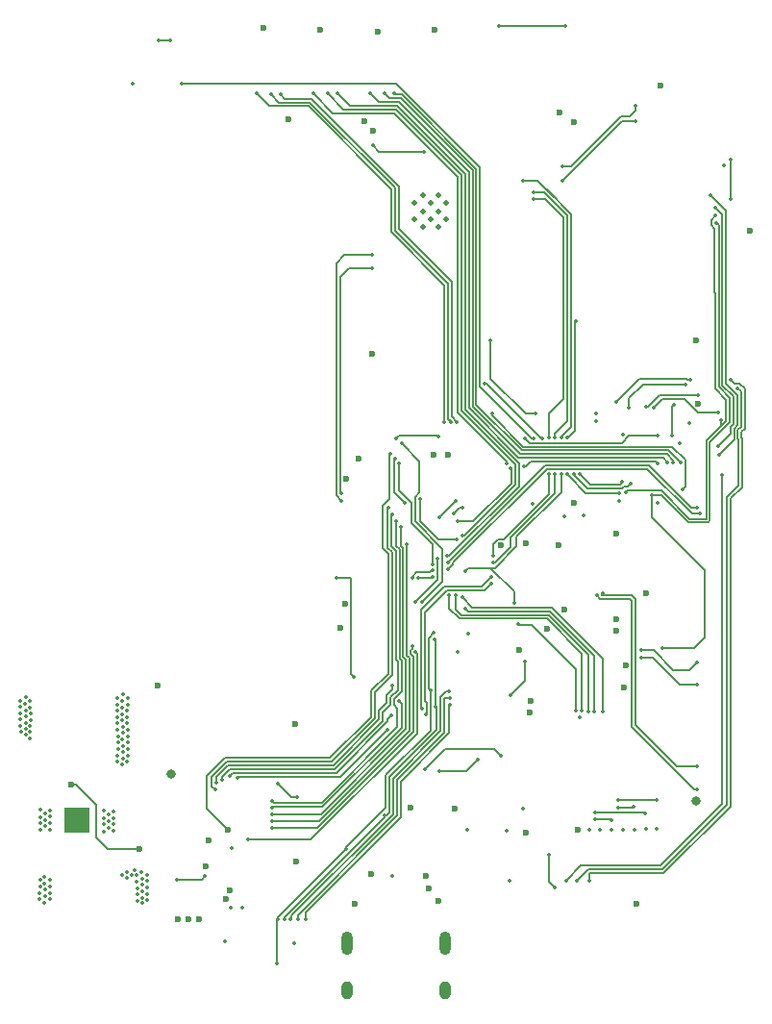
<source format=gbr>
%TF.GenerationSoftware,KiCad,Pcbnew,7.0.5*%
%TF.CreationDate,2023-12-05T08:46:21-08:00*%
%TF.ProjectId,EV10 Board Design,45563130-2042-46f6-9172-642044657369,EV9*%
%TF.SameCoordinates,Original*%
%TF.FileFunction,Copper,L4,Bot*%
%TF.FilePolarity,Positive*%
%FSLAX46Y46*%
G04 Gerber Fmt 4.6, Leading zero omitted, Abs format (unit mm)*
G04 Created by KiCad (PCBNEW 7.0.5) date 2023-12-05 08:46:21*
%MOMM*%
%LPD*%
G01*
G04 APERTURE LIST*
%TA.AperFunction,ComponentPad*%
%ADD10C,0.500000*%
%TD*%
%TA.AperFunction,ComponentPad*%
%ADD11O,1.000000X2.100000*%
%TD*%
%TA.AperFunction,ComponentPad*%
%ADD12O,1.000000X1.600000*%
%TD*%
%TA.AperFunction,ComponentPad*%
%ADD13C,0.600000*%
%TD*%
%TA.AperFunction,SMDPad,CuDef*%
%ADD14R,2.300000X2.300000*%
%TD*%
%TA.AperFunction,ViaPad*%
%ADD15C,0.600000*%
%TD*%
%TA.AperFunction,ViaPad*%
%ADD16C,0.350000*%
%TD*%
%TA.AperFunction,ViaPad*%
%ADD17C,0.800000*%
%TD*%
%TA.AperFunction,Conductor*%
%ADD18C,0.127000*%
%TD*%
%TA.AperFunction,Conductor*%
%ADD19C,0.200000*%
%TD*%
G04 APERTURE END LIST*
D10*
%TO.P,U11,41*%
%TO.N,N/C*%
X151925000Y-74760000D03*
X151925000Y-76160000D03*
X152625000Y-74060000D03*
X152625000Y-75460000D03*
X152625000Y-76860000D03*
X153325000Y-74760000D03*
X153325000Y-76160000D03*
X154025000Y-74060000D03*
X154025000Y-75460000D03*
X154025000Y-76860000D03*
X154725000Y-74760000D03*
X154725000Y-76160000D03*
%TD*%
D11*
%TO.P,J9,S1,SHIELD*%
%TO.N,unconnected-(J9-SHIELD-PadS1)*%
X145967500Y-139916000D03*
D12*
X145967500Y-144096000D03*
D11*
X154607500Y-139916000D03*
D12*
X154607500Y-144096000D03*
%TD*%
D13*
%TO.P,U7,11,PGND*%
%TO.N,GND*%
X121640000Y-129610000D03*
X122640000Y-129610000D03*
D14*
X122140000Y-129111000D03*
D13*
X122140000Y-129110000D03*
X121640000Y-128610000D03*
X122640000Y-128610000D03*
%TD*%
D15*
%TO.N,+3.3VA*%
X169637500Y-112375000D03*
X163607500Y-112245000D03*
X170487500Y-115435000D03*
X161688500Y-104725500D03*
D16*
%TO.N,+3.3V*%
X165075500Y-102300000D03*
X156610000Y-112670000D03*
D15*
X164716000Y-66806500D03*
D16*
X173352000Y-101175500D03*
X161495000Y-128065000D03*
D15*
X148237000Y-68375000D03*
X161700000Y-130230000D03*
X162137500Y-118575000D03*
X155492500Y-128050000D03*
X148637500Y-59665000D03*
D16*
X166446962Y-120075538D03*
X162294936Y-101214500D03*
X160237500Y-134425000D03*
D15*
X166250000Y-129940000D03*
X138627500Y-59345000D03*
D16*
X167870000Y-93260000D03*
X135727878Y-136838556D03*
X135256250Y-139733750D03*
D15*
X176737000Y-86837500D03*
X143637500Y-59465000D03*
X145768287Y-110070000D03*
X153637500Y-59505000D03*
D16*
X176137500Y-94125000D03*
X166837500Y-102275000D03*
D15*
X145920000Y-99050000D03*
D16*
X169937500Y-100975000D03*
D15*
X153600000Y-96900000D03*
D16*
X136757500Y-136799500D03*
D15*
%TO.N,VBUS*%
X153197500Y-135115000D03*
X133760000Y-130910000D03*
X135280000Y-136025500D03*
D16*
X159987500Y-130025000D03*
D15*
X148060000Y-133860000D03*
D16*
%TO.N,GND*%
X127480000Y-135110000D03*
X119800000Y-129930000D03*
X117260000Y-121330000D03*
X126640000Y-123390000D03*
X119790000Y-128790000D03*
X118043167Y-119154346D03*
X126540000Y-134200000D03*
D15*
X133535000Y-133145000D03*
D16*
X118920000Y-134370000D03*
X119360000Y-135770000D03*
X119350000Y-128500000D03*
X126180000Y-118630000D03*
X124550000Y-130080000D03*
X124950000Y-129740000D03*
X167280000Y-129950000D03*
X125390000Y-130030000D03*
X126660000Y-122270000D03*
D15*
X135645000Y-135255000D03*
D16*
X125380000Y-129470000D03*
X127900000Y-135360000D03*
X149921225Y-133974500D03*
D15*
X131970000Y-137850000D03*
D16*
X118060000Y-120790000D03*
X117680000Y-118250000D03*
X124970000Y-129190000D03*
D15*
X169649706Y-111417206D03*
X146617500Y-136495000D03*
X131040000Y-137840000D03*
D16*
X124940000Y-128600000D03*
X125750000Y-120580000D03*
X119350000Y-135200000D03*
D15*
X162027997Y-119574503D03*
X132910000Y-137800000D03*
X151570500Y-127985023D03*
D16*
X126220000Y-118030000D03*
X119320000Y-136370000D03*
X118050000Y-118620000D03*
X119340000Y-134110000D03*
D15*
X169635000Y-103875000D03*
X148200000Y-88010000D03*
X170350000Y-117380000D03*
D16*
X126640000Y-118910000D03*
X125760000Y-118910000D03*
X179157500Y-71420000D03*
X118920000Y-134920000D03*
X167880000Y-93930000D03*
X117210000Y-120790000D03*
D17*
X130510000Y-125050000D03*
D16*
X126620000Y-120030000D03*
X128350000Y-135040000D03*
X119790000Y-129370000D03*
X117220000Y-119690000D03*
X125760000Y-118380000D03*
X125370000Y-128330000D03*
X126190000Y-119200000D03*
X125780000Y-122270000D03*
X141340000Y-139890000D03*
X126200000Y-121990000D03*
X125770000Y-123940000D03*
X126190000Y-124190000D03*
X119800000Y-134370000D03*
X128320000Y-134460000D03*
X118960000Y-129980000D03*
D15*
X171427500Y-136495000D03*
D16*
X119780000Y-134930000D03*
D15*
X154871898Y-96928102D03*
D16*
X118970000Y-129330000D03*
X170270000Y-95130000D03*
D15*
X140800000Y-67387500D03*
D16*
X125760000Y-119470000D03*
X156525500Y-129975000D03*
D15*
X141500000Y-132700000D03*
D16*
X126200000Y-119740000D03*
X117660000Y-120510000D03*
X126550000Y-133630000D03*
D15*
X164600000Y-104900000D03*
D16*
X127480000Y-135640000D03*
X135772500Y-131540000D03*
X126120000Y-133950000D03*
X126640000Y-122840000D03*
D15*
X145360000Y-112190000D03*
D16*
X118080000Y-119700000D03*
X117640000Y-118850000D03*
D15*
X181480000Y-77208000D03*
D17*
X176733959Y-127399756D03*
D16*
X126220000Y-123100000D03*
X127470000Y-134500000D03*
D15*
X159500000Y-104900000D03*
D16*
X155680000Y-114300000D03*
X118980000Y-128800000D03*
X125760000Y-123390000D03*
X126660000Y-121130000D03*
X126200000Y-120290000D03*
X126660000Y-121720000D03*
X127480000Y-136200000D03*
X125380000Y-128890000D03*
X127470000Y-133940000D03*
X127124000Y-64254000D03*
X127900000Y-134230000D03*
X125780000Y-121740000D03*
X127890000Y-133660000D03*
X127930000Y-136410000D03*
X127270181Y-133509622D03*
X117660000Y-119960000D03*
X117220000Y-118600000D03*
D15*
X165938378Y-101141541D03*
D16*
X125760000Y-121130000D03*
X127910000Y-135930000D03*
X124550000Y-128280000D03*
X126240000Y-121390000D03*
X125780000Y-122830000D03*
X118900000Y-136040000D03*
X119780000Y-128230000D03*
D15*
X165986000Y-67599500D03*
X147020000Y-97240000D03*
D16*
X117650000Y-119420000D03*
X124570000Y-128900000D03*
X126640000Y-118360000D03*
X119780000Y-135490000D03*
X119360000Y-129640000D03*
D15*
X147500000Y-67500000D03*
X154037500Y-136245000D03*
D16*
X126210000Y-122560000D03*
D15*
X161087500Y-114095000D03*
D16*
X126620000Y-119480000D03*
X117200000Y-120240000D03*
X127940000Y-134760000D03*
X118080000Y-120250000D03*
X128330000Y-136160000D03*
X118900000Y-135490000D03*
X126220000Y-120840000D03*
D15*
X141400000Y-120660000D03*
D16*
X125740000Y-120030000D03*
X128350000Y-135590000D03*
X118060000Y-121330000D03*
X175288000Y-95875000D03*
D15*
X176887000Y-92448000D03*
D16*
X119340000Y-134660000D03*
X126220000Y-123650000D03*
X118070000Y-121880000D03*
X119380000Y-129090000D03*
D15*
X172291250Y-109071250D03*
D16*
X117670000Y-121580000D03*
D15*
X152887500Y-134038000D03*
D16*
X118960000Y-128180000D03*
D15*
X165077500Y-110575000D03*
D16*
X117220000Y-119130000D03*
X126620000Y-123930000D03*
X117680000Y-121060000D03*
X128340000Y-133890000D03*
X119780000Y-136020000D03*
X124560000Y-129430000D03*
X126600000Y-120570000D03*
X127000000Y-133930000D03*
%TO.N,/UI_SDA*%
X139898537Y-137799296D03*
X153610000Y-112624500D03*
X145905559Y-131605559D03*
X153327000Y-117631830D03*
X139820000Y-141730000D03*
%TO.N,/UI_SCL*%
X140448035Y-137801426D03*
X149296502Y-128676502D03*
X153765000Y-119130000D03*
X153679500Y-113180000D03*
%TO.N,/MCLK*%
X166098551Y-119450538D03*
X161029141Y-111844115D03*
X164831735Y-98611500D03*
X173352000Y-95242000D03*
X160661571Y-109931547D03*
X156390000Y-107130000D03*
X161641014Y-95458986D03*
%TO.N,/MGMT_BOOT*%
X178429000Y-75861713D03*
X170490092Y-100207932D03*
X179021156Y-98730604D03*
X165260000Y-134404500D03*
X178872000Y-93860000D03*
%TO.N,/MGMT_NRST*%
X172787500Y-100500500D03*
X179722000Y-74414000D03*
X173758000Y-113970000D03*
X163717500Y-132165500D03*
X179722000Y-70891500D03*
X164247500Y-135035000D03*
X159382000Y-59174000D03*
X165224000Y-59174000D03*
X178473000Y-76500000D03*
%TO.N,/IN_3*%
X154994000Y-118923000D03*
X142301501Y-137808499D03*
X160357787Y-118100000D03*
X161612000Y-115115000D03*
%TO.N,/NET_RST*%
X164830735Y-95386155D03*
X161502000Y-72780000D03*
X148220000Y-69680000D03*
X152715713Y-70215713D03*
%TO.N,/UI_RST*%
X164282232Y-98611500D03*
X158800000Y-106400000D03*
%TO.N,/MIC_P*%
X140997500Y-137795000D03*
X154968365Y-117779800D03*
%TO.N,/LEDA_R*%
X174156692Y-97590822D03*
X148013000Y-65100000D03*
%TO.N,/DISP_BL*%
X150548204Y-97651087D03*
X153494000Y-106535401D03*
X169832000Y-127280000D03*
X173260000Y-127320000D03*
X173270000Y-129850000D03*
%TO.N,/DISP_RSTR*%
X172270000Y-129890000D03*
X167822000Y-128430000D03*
X172250000Y-128460000D03*
%TO.N,/LEDA_G*%
X174706194Y-97589729D03*
X149262000Y-65100000D03*
%TO.N,/LEDA_B*%
X150100000Y-65100000D03*
X175331261Y-97595369D03*
%TO.N,/KB_COL3*%
X149559500Y-121104643D03*
X152889000Y-119800000D03*
X158669821Y-108279606D03*
X136300000Y-125365000D03*
%TO.N,/KB_COL4*%
X158640000Y-107690000D03*
X152562000Y-119259001D03*
%TO.N,/DISP_DC*%
X169832000Y-127960000D03*
X171270000Y-129910000D03*
X171210000Y-127950000D03*
%TO.N,/DISP_CS*%
X150182077Y-97241326D03*
X170270000Y-129930000D03*
X151070993Y-101179806D03*
%TO.N,/DISP_SPI_SCK*%
X169270000Y-129080000D03*
X167822000Y-129010000D03*
X169260000Y-129930000D03*
%TO.N,/DISP_SPI_MOSI*%
X168260000Y-129920000D03*
%TO.N,/KB_MIC*%
X149793497Y-96852792D03*
D15*
X135489500Y-129976409D03*
D16*
%TO.N,/KB_ROW5*%
X139370000Y-129196376D03*
X151208392Y-104762595D03*
%TO.N,/KB_ROW1*%
X134338500Y-126410414D03*
X149580000Y-101568500D03*
%TO.N,/KB_ROW2*%
X134958357Y-125520403D03*
X149982500Y-102190000D03*
%TO.N,/KB_ROW3*%
X150310000Y-102760000D03*
X139392170Y-127417900D03*
%TO.N,/MIC_N*%
X154994000Y-118373592D03*
X141627439Y-137805513D03*
%TO.N,/KB_ROW4*%
X150750000Y-103240000D03*
X139357658Y-128557659D03*
%TO.N,/KB_ROW6*%
X151695000Y-113764883D03*
X139381599Y-129745756D03*
%TO.N,/KB_ROW7*%
X137217500Y-130825000D03*
X152022000Y-114280000D03*
%TO.N,/LEDB_R*%
X158725963Y-93294037D03*
X154560000Y-94060000D03*
X175513000Y-99975500D03*
X138013000Y-65100000D03*
%TO.N,/LEDB_G*%
X155109378Y-94071689D03*
X139262000Y-65200000D03*
%TO.N,/LEDB_B*%
X155661145Y-94043581D03*
X140100000Y-65200000D03*
%TO.N,/SPK_LN*%
X176762000Y-117195000D03*
X171862000Y-114800000D03*
%TO.N,/SPK_LP*%
X176762000Y-115175000D03*
X171862000Y-114117000D03*
%TO.N,/HP_R*%
X168533334Y-109146500D03*
X176762000Y-124375000D03*
%TO.N,/HP_L*%
X167947500Y-109255000D03*
X176762000Y-126375000D03*
%TO.N,/KB_COL5*%
X150558000Y-118612147D03*
X139386802Y-127967376D03*
%TO.N,/KB_COL2*%
X149879287Y-119841287D03*
X135639579Y-125209580D03*
%TO.N,/BTN_RST*%
X169951773Y-100318227D03*
X165381153Y-98619980D03*
X162411521Y-95446854D03*
X131442000Y-64254000D03*
%TO.N,/BTN_UI*%
X166490792Y-98611500D03*
X170220000Y-99295000D03*
X162428390Y-73842547D03*
X164281530Y-95404228D03*
%TO.N,/BTN_NET*%
X165930655Y-98620082D03*
X129350000Y-60450000D03*
X163732378Y-95423844D03*
X170987213Y-99442787D03*
X130360000Y-60410000D03*
X162430865Y-74392044D03*
%TO.N,/KB_COL1*%
X149974500Y-117230000D03*
X134491360Y-125810000D03*
D15*
%TO.N,Net-(J5-Pin_1)*%
X121640000Y-125940000D03*
X173590000Y-64430000D03*
X129320000Y-117270000D03*
X127680500Y-131640000D03*
D16*
%TO.N,Net-(D1-K)*%
X131000000Y-134310000D03*
X133454477Y-134004477D03*
%TO.N,Net-(U1-PA12)*%
X139882839Y-125887400D03*
X145040000Y-107720000D03*
X141590000Y-127038000D03*
X146561580Y-116444229D03*
%TO.N,/UI_STAT*%
X173280192Y-97650000D03*
X161560000Y-97938000D03*
X155745287Y-102805287D03*
X160325384Y-98127926D03*
%TO.N,/UI_BOOT*%
X152541919Y-109905499D03*
X150762000Y-95900000D03*
X158117880Y-90687711D03*
X163183619Y-95446500D03*
%TO.N,/UI_LED_B*%
X151992417Y-109905988D03*
X145100000Y-65100000D03*
X153932000Y-106080000D03*
X154808861Y-105833361D03*
%TO.N,/NET_STAT*%
X174725500Y-92515962D03*
X158600000Y-86880000D03*
X162600000Y-93312000D03*
X174622000Y-95242000D03*
%TO.N,/UI_LED_G*%
X156100000Y-104050000D03*
X144262000Y-65120000D03*
%TO.N,/UI_TX1_MGMT*%
X153494000Y-107633929D03*
X154845500Y-107034396D03*
X152237350Y-107721367D03*
X177010000Y-102120000D03*
%TO.N,/UI_RX1_MGMT*%
X153478110Y-107084656D03*
X176780000Y-101550000D03*
X154845500Y-106415607D03*
X151687848Y-107721868D03*
%TO.N,/NET_BOOT*%
X166143500Y-85150000D03*
X165380000Y-95370000D03*
%TO.N,/UI_LED_R*%
X160016641Y-97673359D03*
X158800000Y-105800000D03*
X143013000Y-65120000D03*
X163732729Y-98611500D03*
%TO.N,/MGMT_SWDIO*%
X175750000Y-90700500D03*
X180363385Y-91056615D03*
X170807500Y-92787000D03*
X166237500Y-134405000D03*
%TO.N,/MGMT_SWCLK*%
X176204168Y-90275154D03*
X179792000Y-90342000D03*
X167267500Y-134405000D03*
X169700000Y-92230500D03*
%TO.N,/I2S_DACLRC*%
X155578859Y-109295000D03*
X167192939Y-119538388D03*
X155662000Y-104400500D03*
X152413000Y-100852306D03*
%TO.N,/BOOT1*%
X154028212Y-95300000D03*
X150300000Y-95500000D03*
%TO.N,/I2S_BCLK*%
X154959979Y-109295000D03*
X166647709Y-119469995D03*
%TO.N,/I2S_ADCDAT*%
X168527500Y-119515000D03*
X156120000Y-109490000D03*
%TO.N,/I2S_DACDAT*%
X167741086Y-119499818D03*
X156399308Y-110443192D03*
%TO.N,/USB_TX1_MGMT*%
X152817500Y-124635000D03*
X172336000Y-92702000D03*
X176908000Y-91686000D03*
X159527500Y-123417000D03*
%TO.N,/USB_RX1_MGMT*%
X178683000Y-93210000D03*
X154097500Y-124765000D03*
X172972781Y-92789278D03*
X157486000Y-123757000D03*
%TO.N,/UI_TX2_NET*%
X155385218Y-102054778D03*
X148160000Y-80470000D03*
X156140000Y-101570000D03*
X145455697Y-100336271D03*
%TO.N,/NET_TX1_MGMT*%
X178645000Y-96155000D03*
X178392500Y-75126500D03*
X171370000Y-66225500D03*
X164900000Y-71500000D03*
%TO.N,/NET_RX1_MGMT*%
X164900000Y-72800000D03*
X178694156Y-96929354D03*
X171374750Y-67539500D03*
X177954500Y-74040000D03*
%TO.N,/UI_RX2_NET*%
X148190000Y-79300000D03*
X145450000Y-100950000D03*
X155509403Y-100944932D03*
X154128152Y-102390380D03*
%TD*%
D18*
%TO.N,/UI_SDA*%
X153164000Y-117468830D02*
X153164000Y-113070500D01*
X139898537Y-137799296D02*
X139898537Y-137612581D01*
X149372500Y-127980371D02*
X145905559Y-131447312D01*
X145905559Y-131447312D02*
X145905559Y-131605559D01*
X149372500Y-125147627D02*
X149372500Y-127980371D01*
X153327000Y-117631830D02*
X153327000Y-121193128D01*
X139820000Y-137877833D02*
X139898537Y-137799296D01*
X139820000Y-141730000D02*
X139820000Y-137877833D01*
X153164000Y-113070500D02*
X153610000Y-112624500D01*
X139898537Y-137612581D02*
X145905559Y-131605559D01*
X153327000Y-121193128D02*
X149372500Y-125147627D01*
X153327000Y-117631830D02*
X153164000Y-117468830D01*
%TO.N,/UI_SCL*%
X149296502Y-128833481D02*
X149296502Y-128676502D01*
X149699500Y-125283075D02*
X149699500Y-128430483D01*
X153876000Y-119241000D02*
X153876000Y-121106576D01*
X140448035Y-137801426D02*
X140448035Y-137681948D01*
X153679500Y-113180000D02*
X153765000Y-113265500D01*
X153765000Y-119130000D02*
X153876000Y-119241000D01*
X153765000Y-113265500D02*
X153765000Y-119130000D01*
X140448035Y-137681948D02*
X149296502Y-128833481D01*
X149699500Y-128430483D02*
X149429983Y-128700000D01*
X153876000Y-121106576D02*
X149699500Y-125283075D01*
%TO.N,/MCLK*%
X158589500Y-106909500D02*
X158283000Y-106909500D01*
X162204995Y-111900047D02*
X166098551Y-115793603D01*
X158993000Y-106909500D02*
X158283000Y-106909500D01*
X161641014Y-95458986D02*
X162066528Y-95884500D01*
X170169500Y-95884500D02*
X170812000Y-95242000D01*
X156610500Y-106909500D02*
X158283000Y-106909500D01*
X160900000Y-104153089D02*
X160900000Y-105002500D01*
X166098551Y-115793603D02*
X166098551Y-119450538D01*
X160661571Y-109931547D02*
X160661571Y-108981571D01*
X164831735Y-98611500D02*
X164831735Y-100221354D01*
X160661571Y-108981571D02*
X158589500Y-106909500D01*
X156390000Y-107130000D02*
X156610500Y-106909500D01*
X170812000Y-95242000D02*
X173352000Y-95242000D01*
X162066528Y-95884500D02*
X170169500Y-95884500D01*
X160900000Y-105002500D02*
X158993000Y-106909500D01*
X164831735Y-100221354D02*
X160900000Y-104153089D01*
X161029141Y-111844115D02*
X161085073Y-111900047D01*
X161085073Y-111900047D02*
X162204995Y-111900047D01*
%TO.N,/MGMT_BOOT*%
X178340000Y-76987133D02*
X178340000Y-82634000D01*
X178340000Y-82634000D02*
X178373000Y-82667000D01*
X176134687Y-102558500D02*
X177602156Y-102558500D01*
X170638024Y-100060000D02*
X173636187Y-100060000D01*
X178373000Y-91073000D02*
X179365000Y-92065000D01*
X179365000Y-93918350D02*
X178881675Y-94401675D01*
X177602156Y-102558500D02*
X177602156Y-95681194D01*
X178872000Y-93860000D02*
X178872000Y-94392000D01*
X178872000Y-94392000D02*
X178881675Y-94401675D01*
X178034500Y-76256213D02*
X178034500Y-76681633D01*
X173571344Y-133106000D02*
X166558500Y-133106000D01*
X173636187Y-100060000D02*
X176134687Y-102558500D01*
X178429000Y-75861713D02*
X178034500Y-76256213D01*
X179028417Y-127648927D02*
X173571344Y-133106000D01*
X177602156Y-95681194D02*
X178881675Y-94401675D01*
X178034500Y-76681633D02*
X178340000Y-76987133D01*
X166558500Y-133106000D02*
X165260000Y-134404500D01*
X178373000Y-82667000D02*
X178373000Y-91073000D01*
X179028417Y-98737865D02*
X179028417Y-127648927D01*
X179365000Y-92065000D02*
X179365000Y-93918350D01*
X179021156Y-98730604D02*
X179028417Y-98737865D01*
X170490092Y-100207932D02*
X170638024Y-100060000D01*
%TO.N,/MGMT_NRST*%
X177766000Y-102885500D02*
X177766000Y-102857104D01*
X165224000Y-59174000D02*
X159382000Y-59174000D01*
X179722000Y-74414000D02*
X179722000Y-70891500D01*
X173758000Y-113970000D02*
X176492500Y-113970000D01*
X179692000Y-94053798D02*
X179692000Y-91929552D01*
X172787500Y-100500500D02*
X173614239Y-100500500D01*
X178700000Y-76727000D02*
X178473000Y-76500000D01*
X163717500Y-134505000D02*
X164247500Y-135035000D01*
X177929156Y-95816642D02*
X179692000Y-94053798D01*
X172787500Y-102466402D02*
X172787500Y-100500500D01*
X177439000Y-113023500D02*
X177439000Y-107117902D01*
X177766000Y-102857104D02*
X177929156Y-102693948D01*
X173614239Y-100500500D02*
X175999239Y-102885500D01*
X179692000Y-91929552D02*
X178700000Y-90937552D01*
X177439000Y-107117902D02*
X172787500Y-102466402D01*
X175999239Y-102885500D02*
X177766000Y-102885500D01*
X176492500Y-113970000D02*
X177439000Y-113023500D01*
X163717500Y-132165500D02*
X163717500Y-134505000D01*
X177929156Y-102693948D02*
X177929156Y-95816642D01*
X178700000Y-90937552D02*
X178700000Y-76727000D01*
%TO.N,/IN_3*%
X154970000Y-121399919D02*
X154970000Y-118947000D01*
X161612000Y-116845787D02*
X161612000Y-115115000D01*
X154970000Y-118947000D02*
X154994000Y-118923000D01*
X150680500Y-125689419D02*
X154970000Y-121399919D01*
X142301501Y-137808499D02*
X142301501Y-137223314D01*
X150680500Y-128844315D02*
X150680500Y-125689419D01*
X142301501Y-137223314D02*
X150680500Y-128844315D01*
X160357787Y-118100000D02*
X161612000Y-116845787D01*
%TO.N,/NET_RST*%
X161512000Y-72790000D02*
X162754896Y-72790000D01*
X165705500Y-94424367D02*
X165705500Y-75740604D01*
X161502000Y-72780000D02*
X161512000Y-72790000D01*
X165705500Y-75740604D02*
X163542448Y-73577552D01*
X148755713Y-70215713D02*
X152715713Y-70215713D01*
X164941500Y-95386155D02*
X164941500Y-95188367D01*
X164941500Y-95188367D02*
X165705500Y-94424367D01*
X162754896Y-72790000D02*
X164172448Y-74207552D01*
X164830735Y-95386155D02*
X164941500Y-95386155D01*
X148220000Y-69680000D02*
X148755713Y-70215713D01*
%TO.N,/UI_RST*%
X164282232Y-98611500D02*
X164282232Y-100308409D01*
X159040052Y-106400000D02*
X158800000Y-106400000D01*
X160380000Y-105060052D02*
X159040052Y-106400000D01*
X160380000Y-104210641D02*
X160380000Y-105060052D01*
X164282232Y-100308409D02*
X160380000Y-104210641D01*
%TO.N,/MIC_P*%
X154203000Y-118238144D02*
X154203000Y-121242023D01*
X154203000Y-121242023D02*
X150026500Y-125418523D01*
X154968365Y-117779800D02*
X154661344Y-117779800D01*
X150026500Y-128565931D02*
X141090000Y-137502431D01*
X141090000Y-137702500D02*
X140997500Y-137795000D01*
X154661344Y-117779800D02*
X154203000Y-118238144D01*
X141090000Y-137502431D02*
X141090000Y-137702500D01*
X150026500Y-125418523D02*
X150026500Y-128565931D01*
%TO.N,/LEDA_R*%
X150540604Y-65865500D02*
X148778500Y-65865500D01*
X174156692Y-97590822D02*
X174156692Y-97556692D01*
X161080104Y-97192500D02*
X156699000Y-92811396D01*
X174156692Y-97556692D02*
X173792500Y-97192500D01*
X156699000Y-92811396D02*
X156699000Y-72023896D01*
X156699000Y-72023896D02*
X150540604Y-65865500D01*
X148778500Y-65865500D02*
X148013000Y-65100000D01*
X173792500Y-97192500D02*
X161080104Y-97192500D01*
%TO.N,/DISP_BL*%
X150548204Y-100038204D02*
X150548204Y-97651087D01*
X151638520Y-101128520D02*
X150548204Y-100038204D01*
X169832000Y-127280000D02*
X173220000Y-127280000D01*
X153494000Y-106535401D02*
X153494000Y-104794000D01*
X173220000Y-127280000D02*
X173260000Y-127320000D01*
X151638520Y-102938520D02*
X151638520Y-101128520D01*
X153494000Y-104794000D02*
X151638520Y-102938520D01*
%TO.N,/DISP_RSTR*%
X167822000Y-128430000D02*
X172220000Y-128430000D01*
X172220000Y-128430000D02*
X172250000Y-128460000D01*
%TO.N,/LEDA_G*%
X150676052Y-65538500D02*
X149700500Y-65538500D01*
X161215552Y-96865500D02*
X157026000Y-92675948D01*
X174706194Y-97432750D02*
X174138944Y-96865500D01*
X157026000Y-71888448D02*
X150676052Y-65538500D01*
X149700500Y-65538500D02*
X149262000Y-65100000D01*
X174706194Y-97589729D02*
X174706194Y-97432750D01*
X157026000Y-92675948D02*
X157026000Y-71888448D01*
X174138944Y-96865500D02*
X161215552Y-96865500D01*
%TO.N,/LEDA_B*%
X157353000Y-71753000D02*
X150811500Y-65211500D01*
X161351000Y-96538500D02*
X157353000Y-92540500D01*
X157353000Y-92540500D02*
X157353000Y-71753000D01*
X150811500Y-65211500D02*
X150211500Y-65211500D01*
X174274392Y-96538500D02*
X161351000Y-96538500D01*
X150211500Y-65211500D02*
X150100000Y-65100000D01*
X175331261Y-97595369D02*
X174274392Y-96538500D01*
%TO.N,/KB_COL3*%
X153000000Y-118724867D02*
X153000000Y-119689000D01*
X154778346Y-108856500D02*
X152837000Y-110797846D01*
X136411000Y-125254000D02*
X145410143Y-125254000D01*
X152837000Y-118561867D02*
X153000000Y-118724867D01*
X152837000Y-110797846D02*
X152837000Y-118561867D01*
X145410143Y-125254000D02*
X149559500Y-121104643D01*
X158092927Y-108856500D02*
X154778346Y-108856500D01*
X153000000Y-119689000D02*
X152889000Y-119800000D01*
X158669821Y-108279606D02*
X158092927Y-108856500D01*
X136300000Y-125365000D02*
X136411000Y-125254000D01*
%TO.N,/KB_COL4*%
X152510000Y-119207001D02*
X152562000Y-119259001D01*
X152510000Y-110556844D02*
X152510000Y-119207001D01*
X154546844Y-108520000D02*
X152510000Y-110556844D01*
X157810000Y-108520000D02*
X154546844Y-108520000D01*
X158640000Y-107690000D02*
X157810000Y-108520000D01*
%TO.N,/DISP_DC*%
X171200000Y-127960000D02*
X171210000Y-127950000D01*
X169832000Y-127960000D02*
X171200000Y-127960000D01*
%TO.N,/DISP_CS*%
X150080000Y-100188813D02*
X150080000Y-97343403D01*
X150080000Y-97343403D02*
X150182077Y-97241326D01*
X151070993Y-101179806D02*
X150080000Y-100188813D01*
%TO.N,/DISP_SPI_SCK*%
X169200000Y-129010000D02*
X169270000Y-129080000D01*
X167822000Y-129010000D02*
X169200000Y-129010000D01*
%TO.N,/KB_MIC*%
X149720000Y-96926289D02*
X149793497Y-96852792D01*
X133630500Y-128117409D02*
X133630500Y-125211889D01*
X135223389Y-123619000D02*
X144482857Y-123619000D01*
X149585000Y-105609128D02*
X149141500Y-105165628D01*
X149585000Y-116215000D02*
X149585000Y-105609128D01*
X144482857Y-123619000D02*
X148098578Y-120003279D01*
X135489500Y-129976409D02*
X133630500Y-128117409D01*
X148098578Y-120003279D02*
X148098578Y-117701422D01*
X149720000Y-100808367D02*
X149720000Y-96926289D01*
X149141500Y-105165628D02*
X149141500Y-101386867D01*
X149141500Y-101386867D02*
X149720000Y-100808367D01*
X133630500Y-125211889D02*
X135223389Y-123619000D01*
X148098578Y-117701422D02*
X149585000Y-116215000D01*
%TO.N,/KB_ROW5*%
X151249348Y-104803551D02*
X151208392Y-104762595D01*
X143473960Y-129196376D02*
X151469500Y-121200836D01*
X151469500Y-121200836D02*
X151469500Y-114810081D01*
X151469500Y-114810081D02*
X151249348Y-114589929D01*
X139370000Y-129196376D02*
X143473960Y-129196376D01*
X151249348Y-114589929D02*
X151249348Y-104803551D01*
%TO.N,/KB_ROW1*%
X134053360Y-126125274D02*
X134338500Y-126410414D01*
X144618305Y-123946000D02*
X135358837Y-123946000D01*
X148425578Y-120138727D02*
X144618305Y-123946000D01*
X149544500Y-105106180D02*
X149912000Y-105473680D01*
X149912000Y-116350448D02*
X148425578Y-117836870D01*
X148425578Y-117836870D02*
X148425578Y-120138727D01*
X149580000Y-101568500D02*
X149544500Y-101604000D01*
X149912000Y-105473680D02*
X149912000Y-116350448D01*
X149544500Y-101604000D02*
X149544500Y-105106180D01*
X134053360Y-125251477D02*
X134053360Y-126125274D01*
X135358837Y-123946000D02*
X134053360Y-125251477D01*
%TO.N,/KB_ROW2*%
X150430000Y-117622419D02*
X150430000Y-115157925D01*
X150268348Y-114996273D02*
X150268348Y-105367580D01*
X134958357Y-125271376D02*
X135629733Y-124600000D01*
X149787000Y-118913000D02*
X149787000Y-118265419D01*
X149871500Y-102301000D02*
X149982500Y-102190000D01*
X149121500Y-120367701D02*
X149121500Y-119578500D01*
X149121500Y-119578500D02*
X149787000Y-118913000D01*
X144889201Y-124600000D02*
X149121500Y-120367701D01*
X149871500Y-104970732D02*
X149871500Y-102301000D01*
X150268348Y-105367580D02*
X149871500Y-104970732D01*
X150430000Y-115157925D02*
X150268348Y-114996273D01*
X149787000Y-118265419D02*
X150430000Y-117622419D01*
X135629733Y-124600000D02*
X144889201Y-124600000D01*
X134958357Y-125520403D02*
X134958357Y-125271376D01*
%TO.N,/KB_ROW3*%
X150400000Y-120882992D02*
X150400000Y-119245133D01*
X143732992Y-127550000D02*
X150400000Y-120882992D01*
X150595348Y-105232132D02*
X150310000Y-104946784D01*
X139524270Y-127550000D02*
X143732992Y-127550000D01*
X150595348Y-114860825D02*
X150595348Y-105232132D01*
X150120000Y-118965133D02*
X150120000Y-118394867D01*
X150400000Y-119245133D02*
X150120000Y-118965133D01*
X150310000Y-104946784D02*
X150310000Y-102760000D01*
X150760000Y-117754867D02*
X150760000Y-115025477D01*
X150760000Y-115025477D02*
X150595348Y-114860825D01*
X150120000Y-118394867D02*
X150760000Y-117754867D01*
X139392170Y-127417900D02*
X139524270Y-127550000D01*
%TO.N,/MIC_N*%
X141627439Y-137434928D02*
X150353500Y-128708867D01*
X154530000Y-118373592D02*
X154994000Y-118373592D01*
X150353500Y-125553971D02*
X154530000Y-121377471D01*
X141627439Y-137805513D02*
X141627439Y-137434928D01*
X150353500Y-128708867D02*
X150353500Y-125553971D01*
X154530000Y-121377471D02*
X154530000Y-118373592D01*
%TO.N,/KB_ROW4*%
X151142500Y-121065388D02*
X143650229Y-128557659D01*
X150750000Y-104924336D02*
X150922348Y-105096684D01*
X150922348Y-105096684D02*
X150922348Y-114725377D01*
X143650229Y-128557659D02*
X139357658Y-128557659D01*
X150750000Y-103240000D02*
X150750000Y-104924336D01*
X151142500Y-114945529D02*
X151142500Y-121065388D01*
X150922348Y-114725377D02*
X151142500Y-114945529D01*
%TO.N,/KB_ROW6*%
X151796500Y-121336284D02*
X151796500Y-114674633D01*
X151796500Y-114674633D02*
X151583500Y-114461633D01*
X139381599Y-129745756D02*
X139395843Y-129760000D01*
X151583500Y-114098367D02*
X151695000Y-113986867D01*
X151583500Y-114461633D02*
X151583500Y-114098367D01*
X139395843Y-129760000D02*
X143372784Y-129760000D01*
X143372784Y-129760000D02*
X151796500Y-121336284D01*
X151695000Y-113986867D02*
X151695000Y-113764883D01*
%TO.N,/KB_ROW7*%
X142770232Y-130825000D02*
X137217500Y-130825000D01*
X152022000Y-114280000D02*
X152123500Y-114381500D01*
X152123500Y-114381500D02*
X152123500Y-121471732D01*
X152123500Y-121471732D02*
X142770232Y-130825000D01*
%TO.N,/LEDB_R*%
X154557000Y-94057000D02*
X154557000Y-81981896D01*
X154557000Y-81981896D02*
X149880000Y-77304896D01*
X174614000Y-96211500D02*
X175769261Y-97366761D01*
X158725963Y-93451015D02*
X161486448Y-96211500D01*
X175769261Y-99719239D02*
X175513000Y-99975500D01*
X161486448Y-96211500D02*
X174614000Y-96211500D01*
X149880000Y-73532029D02*
X142574971Y-66227000D01*
X158725963Y-93294037D02*
X158725963Y-93451015D01*
X175769261Y-97366761D02*
X175769261Y-99719239D01*
X154560000Y-94060000D02*
X154557000Y-94057000D01*
X139140000Y-66227000D02*
X138013000Y-65100000D01*
X149880000Y-77304896D02*
X149880000Y-73532029D01*
X142574971Y-66227000D02*
X139140000Y-66227000D01*
%TO.N,/LEDB_G*%
X154884000Y-93763867D02*
X154884000Y-81846448D01*
X139962000Y-65900000D02*
X139262000Y-65200000D01*
X150207000Y-73396581D02*
X142710419Y-65900000D01*
X150207000Y-77169448D02*
X150207000Y-73396581D01*
X154884000Y-81846448D02*
X150207000Y-77169448D01*
X155109378Y-93989245D02*
X154884000Y-93763867D01*
X155109378Y-94071689D02*
X155109378Y-93989245D01*
X142710419Y-65900000D02*
X139962000Y-65900000D01*
%TO.N,/LEDB_B*%
X142845867Y-65573000D02*
X140473000Y-65573000D01*
X155211000Y-93553178D02*
X155211000Y-81711000D01*
X155661145Y-94043581D02*
X155661145Y-94003323D01*
X155661145Y-94003323D02*
X155211000Y-93553178D01*
X150534000Y-77034000D02*
X150534000Y-73261133D01*
X155211000Y-81711000D02*
X150534000Y-77034000D01*
X150534000Y-73261133D02*
X142845867Y-65573000D01*
X140473000Y-65573000D02*
X140100000Y-65200000D01*
%TO.N,/SPK_LN*%
X175289180Y-117195000D02*
X176762000Y-117195000D01*
X171862000Y-114800000D02*
X172894180Y-114800000D01*
X172894180Y-114800000D02*
X175289180Y-117195000D01*
%TO.N,/SPK_LP*%
X171862000Y-114117000D02*
X172959500Y-114117000D01*
X172959500Y-114117000D02*
X174697500Y-115855000D01*
X176082000Y-115855000D02*
X176762000Y-115175000D01*
X174697500Y-115855000D02*
X176082000Y-115855000D01*
%TO.N,/HP_R*%
X171004896Y-109257500D02*
X168447500Y-109257500D01*
X168447500Y-109232334D02*
X168533334Y-109146500D01*
X175027448Y-124375000D02*
X171387000Y-120734552D01*
X171387000Y-120734552D02*
X171387000Y-109639604D01*
X176762000Y-124375000D02*
X175027448Y-124375000D01*
X171387000Y-109639604D02*
X171004896Y-109257500D01*
X168447500Y-109257500D02*
X168447500Y-109232334D01*
%TO.N,/HP_L*%
X170869448Y-109584500D02*
X171060000Y-109775052D01*
X171060000Y-109775052D02*
X171060000Y-120870000D01*
X168277000Y-109584500D02*
X170869448Y-109584500D01*
X171060000Y-120870000D02*
X176565000Y-126375000D01*
X167947500Y-109255000D02*
X168277000Y-109584500D01*
X176565000Y-126375000D02*
X176762000Y-126375000D01*
%TO.N,/KB_COL5*%
X150815500Y-118869647D02*
X150558000Y-118612147D01*
X143807208Y-127938232D02*
X150815500Y-120929940D01*
X139415946Y-127938232D02*
X143807208Y-127938232D01*
X150815500Y-120929940D02*
X150815500Y-118869647D01*
X139386802Y-127967376D02*
X139415946Y-127938232D01*
%TO.N,/KB_COL2*%
X149540000Y-120180574D02*
X149879287Y-119841287D01*
X135639579Y-125209580D02*
X135922159Y-124927000D01*
X149540000Y-120411649D02*
X149540000Y-120180574D01*
X135922159Y-124927000D02*
X145024649Y-124927000D01*
X145024649Y-124927000D02*
X149540000Y-120411649D01*
%TO.N,/BTN_RST*%
X162411521Y-95446854D02*
X162248310Y-95446854D01*
X162248310Y-95446854D02*
X157680000Y-90878544D01*
X165381153Y-98619980D02*
X165492155Y-98730982D01*
X157680000Y-90878544D02*
X157680000Y-71617552D01*
X157680000Y-71617552D02*
X150316448Y-64254000D01*
X167008667Y-100318227D02*
X169951773Y-100318227D01*
X165492155Y-98801715D02*
X167008667Y-100318227D01*
X150316448Y-64254000D02*
X131442000Y-64254000D01*
X165492155Y-98730982D02*
X165492155Y-98801715D01*
%TO.N,/BTN_UI*%
X167394367Y-99526000D02*
X169989000Y-99526000D01*
X165378500Y-75876052D02*
X163344995Y-73842547D01*
X164281530Y-95404228D02*
X164281530Y-95018470D01*
X163344995Y-73842547D02*
X162428390Y-73842547D01*
X165378500Y-93921500D02*
X165378500Y-75876052D01*
X166661500Y-98782208D02*
X166661500Y-98793133D01*
X169989000Y-99526000D02*
X170220000Y-99295000D01*
X166490792Y-98611500D02*
X166661500Y-98782208D01*
X166661500Y-98793133D02*
X167394367Y-99526000D01*
X164281530Y-95018470D02*
X165378500Y-93921500D01*
%TO.N,/BTN_NET*%
X166052292Y-98741719D02*
X166052292Y-98793133D01*
X166052292Y-98793133D02*
X167112159Y-99853000D01*
X163432044Y-74392044D02*
X162430865Y-74392044D01*
X165051500Y-92003396D02*
X165051500Y-76011500D01*
X165051500Y-76011500D02*
X163432044Y-74392044D01*
X170697000Y-99733000D02*
X170987213Y-99442787D01*
X129350000Y-60450000D02*
X130320000Y-60450000D01*
X170224891Y-99853000D02*
X170344891Y-99733000D01*
X167112159Y-99853000D02*
X170224891Y-99853000D01*
X163732378Y-95423844D02*
X163732378Y-93322518D01*
X165930655Y-98620082D02*
X166052292Y-98741719D01*
X170344891Y-99733000D02*
X170697000Y-99733000D01*
X130320000Y-60450000D02*
X130360000Y-60410000D01*
X163732378Y-93322518D02*
X165051500Y-92003396D01*
%TO.N,/KB_COL1*%
X144753753Y-124273000D02*
X148794500Y-120232253D01*
X135494285Y-124273000D02*
X144753753Y-124273000D01*
X148794500Y-120232253D02*
X148794500Y-119443052D01*
X149974500Y-117615471D02*
X149974500Y-117230000D01*
X148794500Y-119443052D02*
X149460000Y-118777552D01*
X134491360Y-125810000D02*
X134491360Y-125275925D01*
X149460000Y-118129971D02*
X149974500Y-117615471D01*
X134491360Y-125275925D02*
X135494285Y-124273000D01*
X149460000Y-118777552D02*
X149460000Y-118129971D01*
D19*
%TO.N,Net-(J5-Pin_1)*%
X127680500Y-131640000D02*
X124900000Y-131640000D01*
X123840000Y-127700000D02*
X122080000Y-125940000D01*
X124900000Y-131640000D02*
X123840000Y-130580000D01*
X123840000Y-130580000D02*
X123840000Y-127700000D01*
X122080000Y-125940000D02*
X121640000Y-125940000D01*
%TO.N,Net-(D1-K)*%
X131000000Y-134310000D02*
X133148954Y-134310000D01*
X133148954Y-134310000D02*
X133454477Y-134004477D01*
D18*
%TO.N,Net-(U1-PA12)*%
X146340000Y-116222649D02*
X146340000Y-114000000D01*
X146340000Y-114000000D02*
X146331287Y-113991287D01*
X146220000Y-107720000D02*
X145040000Y-107720000D01*
X141033439Y-127038000D02*
X139882839Y-125887400D01*
X146331287Y-107831287D02*
X146220000Y-107720000D01*
X146561580Y-116444229D02*
X146340000Y-116222649D01*
X146331287Y-113991287D02*
X146331287Y-107831287D01*
X141590000Y-127038000D02*
X141033439Y-127038000D01*
%TO.N,/UI_STAT*%
X160436000Y-99438304D02*
X157069017Y-102805287D01*
X160436000Y-98238542D02*
X160436000Y-99438304D01*
X161737104Y-97938000D02*
X161560000Y-97938000D01*
X157069017Y-102805287D02*
X155745287Y-102805287D01*
X173280192Y-97650000D02*
X173149692Y-97519500D01*
X173149692Y-97519500D02*
X162155604Y-97519500D01*
X160325384Y-98127926D02*
X160436000Y-98238542D01*
X162155604Y-97519500D02*
X161737104Y-97938000D01*
%TO.N,/UI_BOOT*%
X154370000Y-108077418D02*
X154370000Y-105190000D01*
X163183619Y-95446500D02*
X163030593Y-95446500D01*
X151974500Y-100625500D02*
X152350000Y-100250000D01*
X163030593Y-95446500D02*
X158271804Y-90687711D01*
X154370000Y-105190000D02*
X151974500Y-102794500D01*
X152350000Y-97488000D02*
X150762000Y-95900000D01*
X152541919Y-109905499D02*
X154370000Y-108077418D01*
X158271804Y-90687711D02*
X158117880Y-90687711D01*
X152350000Y-100250000D02*
X152350000Y-97488000D01*
X151974500Y-102794500D02*
X151974500Y-100625500D01*
%TO.N,/UI_LED_B*%
X156372000Y-92946844D02*
X156372000Y-72159344D01*
X146192500Y-66192500D02*
X145100000Y-65100000D01*
X154965839Y-105833361D02*
X161090000Y-99709200D01*
X154808861Y-105833361D02*
X154965839Y-105833361D01*
X153932000Y-107895285D02*
X151992417Y-109834868D01*
X161090000Y-99709200D02*
X161090000Y-97664844D01*
X156372000Y-72159344D02*
X150405156Y-66192500D01*
X161090000Y-97664844D02*
X156372000Y-92946844D01*
X150405156Y-66192500D02*
X146192500Y-66192500D01*
X151992417Y-109834868D02*
X151992417Y-109905988D01*
X153932000Y-106080000D02*
X153932000Y-107895285D01*
%TO.N,/NET_STAT*%
X158590000Y-90220000D02*
X158590000Y-86890000D01*
X174622000Y-92619462D02*
X174725500Y-92515962D01*
X161682000Y-93312000D02*
X158590000Y-90220000D01*
X158590000Y-86890000D02*
X158600000Y-86880000D01*
X174622000Y-95242000D02*
X174622000Y-92619462D01*
X162600000Y-93312000D02*
X161682000Y-93312000D01*
%TO.N,/UI_LED_G*%
X156030000Y-72279792D02*
X156030000Y-93067292D01*
X145661500Y-66519500D02*
X150269708Y-66519500D01*
X156286752Y-104050000D02*
X156100000Y-104050000D01*
X144262000Y-65120000D02*
X145661500Y-66519500D01*
X160763000Y-99573752D02*
X156286752Y-104050000D01*
X150269708Y-66519500D02*
X156030000Y-72279792D01*
X156030000Y-93067292D02*
X160763000Y-97800292D01*
X160763000Y-97800292D02*
X160763000Y-99573752D01*
%TO.N,/UI_TX1_MGMT*%
X155284000Y-106595896D02*
X155284000Y-106440096D01*
X172401052Y-98173500D02*
X176347552Y-102120000D01*
X153406562Y-107721367D02*
X153494000Y-107633929D01*
X163550596Y-98173500D02*
X172401052Y-98173500D01*
X152237350Y-107721367D02*
X153406562Y-107721367D01*
X154845500Y-107034396D02*
X155284000Y-106595896D01*
X176347552Y-102120000D02*
X177010000Y-102120000D01*
X155284000Y-106440096D02*
X163550596Y-98173500D01*
%TO.N,/UI_RX1_MGMT*%
X172536500Y-97846500D02*
X176240000Y-101550000D01*
X154845500Y-106415607D02*
X154846041Y-106415607D01*
X151687848Y-107650736D02*
X152078584Y-107260000D01*
X151687848Y-107721868D02*
X151687848Y-107650736D01*
X163415148Y-97846500D02*
X172536500Y-97846500D01*
X154846041Y-106415607D02*
X163415148Y-97846500D01*
X153423140Y-107084656D02*
X153478110Y-107084656D01*
X152078584Y-107260000D02*
X153247796Y-107260000D01*
X176240000Y-101550000D02*
X176780000Y-101550000D01*
X153247796Y-107260000D02*
X153423140Y-107084656D01*
%TO.N,/NET_BOOT*%
X165461509Y-95370000D02*
X165380000Y-95370000D01*
X166032500Y-94799009D02*
X165461509Y-95370000D01*
X166143500Y-85150000D02*
X166032500Y-85261000D01*
X166032500Y-85261000D02*
X166032500Y-94799009D01*
%TO.N,/UI_LED_R*%
X155703000Y-72415240D02*
X150134260Y-66846500D01*
X159791693Y-104336500D02*
X159266590Y-104336500D01*
X155703000Y-93202740D02*
X155703000Y-72415240D01*
X163740000Y-98618771D02*
X163740000Y-100388193D01*
X150134260Y-66846500D02*
X144739500Y-66846500D01*
X160016641Y-97673359D02*
X160016641Y-97516381D01*
X160016641Y-97516381D02*
X155703000Y-93202740D01*
X158800000Y-104803090D02*
X158800000Y-105800000D01*
X144739500Y-66846500D02*
X143013000Y-65120000D01*
X159266590Y-104336500D02*
X158800000Y-104803090D01*
X163732729Y-98611500D02*
X163740000Y-98618771D01*
X163740000Y-100388193D02*
X159791693Y-104336500D01*
%TO.N,/MGMT_SWDIO*%
X180407500Y-95524358D02*
X180407500Y-99630052D01*
X179401000Y-127738792D02*
X173706792Y-133433000D01*
X180377000Y-95493858D02*
X180407500Y-95524358D01*
X167209500Y-133433000D02*
X166237500Y-134405000D01*
X180673000Y-94460142D02*
X180377000Y-94756142D01*
X180407500Y-99630052D02*
X179401000Y-100636552D01*
X180377000Y-94756142D02*
X180377000Y-95493858D01*
X172073669Y-90700500D02*
X170807500Y-91966669D01*
X170807500Y-91966669D02*
X170807500Y-92787000D01*
X179401000Y-100636552D02*
X179401000Y-127738792D01*
X180363385Y-91056615D02*
X180673000Y-91366230D01*
X173706792Y-133433000D02*
X167209500Y-133433000D01*
X180673000Y-91366230D02*
X180673000Y-94460142D01*
X175750000Y-90700500D02*
X172073669Y-90700500D01*
%TO.N,/MGMT_SWCLK*%
X180545018Y-90618115D02*
X181000000Y-91073097D01*
X167344948Y-133760000D02*
X167267500Y-133837448D01*
X176204168Y-90275154D02*
X175944787Y-90275154D01*
X179792000Y-90342000D02*
X180068115Y-90618115D01*
X180734500Y-99765500D02*
X179728000Y-100772000D01*
X181000000Y-94595590D02*
X180704000Y-94891590D01*
X179728000Y-100772000D02*
X179728000Y-127874240D01*
X175931633Y-90262000D02*
X171668500Y-90262000D01*
X167267500Y-133837448D02*
X167267500Y-134405000D01*
X175944787Y-90275154D02*
X175931633Y-90262000D01*
X180704000Y-94891590D02*
X180704000Y-95358410D01*
X180068115Y-90618115D02*
X180545018Y-90618115D01*
X173842240Y-133760000D02*
X167344948Y-133760000D01*
X180704000Y-95358410D02*
X180734500Y-95388910D01*
X181000000Y-91073097D02*
X181000000Y-94595590D01*
X179728000Y-127874240D02*
X173842240Y-133760000D01*
X171668500Y-90262000D02*
X169700000Y-92230500D01*
X180734500Y-95388910D02*
X180734500Y-99765500D01*
%TO.N,/I2S_DACLRC*%
X167192939Y-114497991D02*
X167192939Y-119538388D01*
X152413000Y-102770552D02*
X152413000Y-100852306D01*
X154042948Y-104400500D02*
X152413000Y-102770552D01*
X155662000Y-104400500D02*
X154042948Y-104400500D01*
X155578859Y-109295000D02*
X155578859Y-110528859D01*
X156073547Y-111023547D02*
X163718495Y-111023547D01*
X163718495Y-111023547D02*
X167192939Y-114497991D01*
X155578859Y-110528859D02*
X156073547Y-111023547D01*
%TO.N,/BOOT1*%
X150300000Y-95500000D02*
X150540000Y-95260000D01*
X150540000Y-95260000D02*
X153988212Y-95260000D01*
X153988212Y-95260000D02*
X154028212Y-95300000D01*
%TO.N,/I2S_BCLK*%
X163583047Y-111350547D02*
X166647709Y-114415209D01*
X155860547Y-111350547D02*
X163583047Y-111350547D01*
X154959979Y-109295000D02*
X154959979Y-110449979D01*
X154959979Y-110449979D02*
X155860547Y-111350547D01*
X166647709Y-114415209D02*
X166647709Y-119469995D01*
%TO.N,/I2S_ADCDAT*%
X163989391Y-110369547D02*
X168527500Y-114907656D01*
X156120000Y-109490000D02*
X156999547Y-110369547D01*
X168527500Y-114907656D02*
X168527500Y-119515000D01*
X156999547Y-110369547D02*
X163989391Y-110369547D01*
%TO.N,/I2S_DACDAT*%
X167741086Y-114583690D02*
X167741086Y-119499818D01*
X156399308Y-110443192D02*
X156652663Y-110696547D01*
X163853943Y-110696547D02*
X167741086Y-114583690D01*
X156652663Y-110696547D02*
X163853943Y-110696547D01*
%TO.N,/USB_TX1_MGMT*%
X176908000Y-91686000D02*
X173456633Y-91686000D01*
X158936941Y-122826441D02*
X154626059Y-122826441D01*
X154626059Y-122826441D02*
X152817500Y-124635000D01*
X159527500Y-123417000D02*
X158936941Y-122826441D01*
X173456633Y-91686000D02*
X172440633Y-92702000D01*
X172440633Y-92702000D02*
X172336000Y-92702000D01*
%TO.N,/USB_RX1_MGMT*%
X175655090Y-92013000D02*
X173749059Y-92013000D01*
X156478000Y-124765000D02*
X154097500Y-124765000D01*
X178683000Y-93210000D02*
X176852090Y-93210000D01*
X176852090Y-93210000D02*
X175655090Y-92013000D01*
X173749059Y-92013000D02*
X172972781Y-92789278D01*
X157486000Y-123757000D02*
X156478000Y-124765000D01*
%TO.N,/UI_TX2_NET*%
X145340000Y-100200000D02*
X145360000Y-100220000D01*
X148160000Y-80470000D02*
X146170000Y-80470000D01*
X155869996Y-101570000D02*
X156140000Y-101570000D01*
X146170000Y-80470000D02*
X145340000Y-81300000D01*
X145340000Y-81300000D02*
X145340000Y-100200000D01*
X155385218Y-102054778D02*
X155869996Y-101570000D01*
%TO.N,/NET_TX1_MGMT*%
X179027000Y-75761000D02*
X178392500Y-75126500D01*
X180019000Y-91794104D02*
X179027000Y-90802104D01*
X170899000Y-67101000D02*
X170136552Y-67101000D01*
X170136552Y-67101000D02*
X165737552Y-71500000D01*
X165737552Y-71500000D02*
X164900000Y-71500000D01*
X179723000Y-94485246D02*
X180019000Y-94189246D01*
X180019000Y-94189246D02*
X180019000Y-91794104D01*
X179027000Y-90802104D02*
X179027000Y-75761000D01*
X171370000Y-66225500D02*
X171370000Y-66630000D01*
X171370000Y-66630000D02*
X170899000Y-67101000D01*
X178645000Y-96155000D02*
X179723000Y-95077000D01*
X179723000Y-95077000D02*
X179723000Y-94485246D01*
%TO.N,/NET_RX1_MGMT*%
X179354000Y-90666656D02*
X179354000Y-75439500D01*
X178694156Y-96929354D02*
X178720646Y-96929354D01*
X170160500Y-67539500D02*
X164900000Y-72800000D01*
X180050000Y-94620694D02*
X180346000Y-94324694D01*
X180050000Y-95600000D02*
X180050000Y-94620694D01*
X179354000Y-75439500D02*
X177954500Y-74040000D01*
X180346000Y-91658656D02*
X179354000Y-90666656D01*
X171374750Y-67539500D02*
X170160500Y-67539500D01*
X178720646Y-96929354D02*
X180050000Y-95600000D01*
X180346000Y-94324694D02*
X180346000Y-91658656D01*
%TO.N,/UI_RX2_NET*%
X145750000Y-79300000D02*
X148190000Y-79300000D01*
X145450000Y-100950000D02*
X145013000Y-100513000D01*
X155509403Y-101009129D02*
X154128152Y-102390380D01*
X145013000Y-100513000D02*
X145013000Y-80037000D01*
X155509403Y-100944932D02*
X155509403Y-101009129D01*
X145013000Y-80037000D02*
X145750000Y-79300000D01*
%TD*%
M02*

</source>
